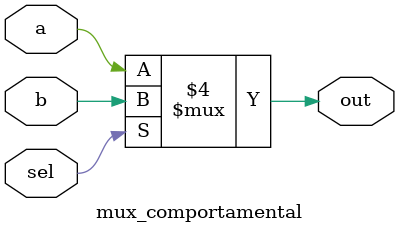
<source format=sv>
module mux_comportamental (input a, b, sel, output out);


always @ (*) begin 
	if(sel == 0)
		out = a;
	else
		out = b;
	end
endmodule
</source>
